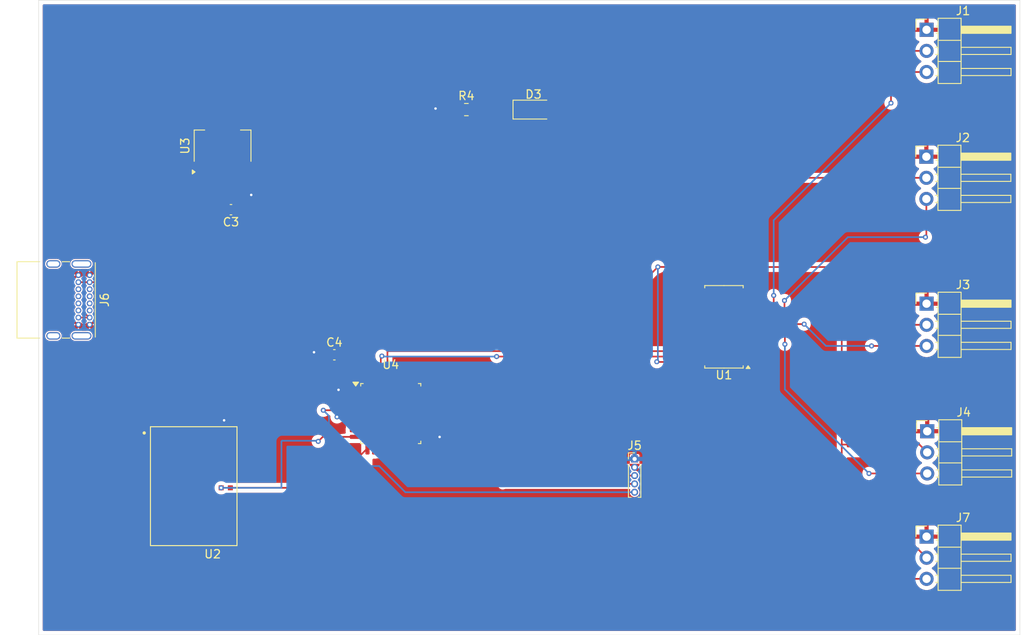
<source format=kicad_pcb>
(kicad_pcb (version 20241229) (generator "pcbnew") (generator_version "9.0")
  (layers (0 "F.Cu" signal) (2 "B.Cu" signal) (13 "F.Paste" user) (15 "B.Paste" user) (5 "F.SilkS" user "F.Silkscreen") (7 "B.SilkS" user "B.Silkscreen") (1 "F.Mask" user) (3 "B.Mask" user) (25 "Edge.Cuts" user))
  (net 0 "")
  (net 1 "+3.3V")
  (net 2 "GND")
  (net 3 "Net-(D3-A)")
  (net 4 "Net-(J1-Pin_3)")
  (net 5 "SWSCLK")
  (net 6 "SWDIO")
  (net 9 "5V")
  (net 18 "TX")
  (net 19 "RX")
  (net 23 "Net-(U1-SCL)")
  (net 27 "Net-(U1-SDA)")
  (net 35 "NRST")
  (net 53 "Net-(J2-Pin_3)")
  (net 54 "Net-(J3-Pin_3)")
  (net 55 "Net-(J4-Pin_3)")
  (net 56 "Net-(J7-Pin_3)")
  (footprint "Connector_PinHeader_2.54mm:PinHeader_1x03_P2.54mm_Horizontal" (layer "F.Cu") (at 185.0228 74.3712)
    (property "Reference" "J3" (at 4.385 -2.27 0) (layer "F.SilkS"))
    (property "Value" "Conn_01x03_Pin")
    (pad "1" thru_hole rect (at 0 0) (size 1.7 1.7) (drill 1) (layers "*.Cu" "*.Mask") (net 2 "GND"))
    (pad "2" thru_hole circle (at 0 2.54) (size 1.7 1.7) (drill 1) (layers "*.Cu" "*.Mask") (net 9 "5V"))
    (pad "3" thru_hole circle (at 0 5.08) (size 1.7 1.7) (drill 1) (layers "*.Cu" "*.Mask") (net 54 "Net-(J3-Pin_3)"))
  )
  (footprint "LED_SMD:LED_1206_3216Metric_Pad1.42x1.75mm_HandSolder" (layer "F.Cu") (at 137.7839 51.0286)
    (property "Reference" "D3" (at 0 -1.83 0) (layer "F.SilkS"))
    (property "Value" "LED")
    (pad "1" smd roundrect (at -1.4875 0) (size 1.425 1.75) (layers "F.Cu" "F.Mask" "F.Paste") (roundrect_rratio 0.175439) (net 2 "GND"))
    (pad "2" smd roundrect (at 1.4875 0) (size 1.425 1.75) (layers "F.Cu" "F.Mask" "F.Paste") (roundrect_rratio 0.175439) (net 3 "Net-(D3-A)"))
  )
  (footprint "Package_TO_SOT_SMD:SOT-223-3_TabPin2" (layer "F.Cu") (at 100.4183 55.3974 90)
    (property "Reference" "U3" (at 0 -4.5 90) (layer "F.SilkS"))
    (property "Value" "TC1262-33")
    (pad "1" smd roundrect (at -3.15 -2.3 90) (size 2 1.5) (layers "F.Cu" "F.Mask" "F.Paste") (net 9 "5V"))
    (pad "2" smd roundrect (at -3.15 0 90) (size 2 1.5) (layers "F.Cu" "F.Mask" "F.Paste") (net 2 "GND"))
    (pad "2" smd roundrect (at 3.15 0 90) (size 2 3.8) (layers "F.Cu" "F.Mask" "F.Paste") (net 2 "GND"))
    (pad "3" smd roundrect (at -3.15 2.3 90) (size 2 1.5) (layers "F.Cu" "F.Mask" "F.Paste") (net 1 "+3.3V"))
  )
  (footprint "Capacitor_SMD:C_0504_1310Metric_Pad0.83x1.28mm_HandSolder" (layer "F.Cu") (at 101.4297 63.0682 180)
    (property "Reference" "C3" (at 0 -1.49 0) (layer "F.SilkS"))
    (property "Value" "1")
    (pad "1" smd roundrect (at -0.6275 0 180) (size 0.835 1.28) (layers "F.Cu" "F.Mask" "F.Paste") (net 1 "+3.3V"))
    (pad "2" smd roundrect (at 0.6275 0 180) (size 0.835 1.28) (layers "F.Cu" "F.Mask" "F.Paste") (net 2 "GND"))
  )
  (footprint "Package_SO:TSSOP-28_4.4x9.7mm_P0.65mm" (layer "F.Cu") (at 160.6727 77.1542 180)
    (property "Reference" "U1" (at 0 -5.8 0) (layer "F.SilkS"))
    (property "Value" "PCA9685PW")
    (pad "1" smd roundrect (at -2.8625 -4.225 180) (size 1.475 0.4) (layers "F.Cu" "F.Mask" "F.Paste") (net 2 "GND"))
    (pad "2" smd roundrect (at -2.8625 -3.575 180) (size 1.475 0.4) (layers "F.Cu" "F.Mask" "F.Paste") (net 2 "GND"))
    (pad "3" smd roundrect (at -2.8625 -2.925 180) (size 1.475 0.4) (layers "F.Cu" "F.Mask" "F.Paste") (net 2 "GND"))
    (pad "4" smd roundrect (at -2.8625 -2.275 180) (size 1.475 0.4) (layers "F.Cu" "F.Mask" "F.Paste") (net 2 "GND"))
    (pad "5" smd roundrect (at -2.8625 -1.625 180) (size 1.475 0.4) (layers "F.Cu" "F.Mask" "F.Paste") (net 2 "GND"))
    (pad "6" smd roundrect (at -2.8625 -0.975 180) (size 1.475 0.4) (layers "F.Cu" "F.Mask" "F.Paste") (net 56 "Net-(J7-Pin_3)"))
    (pad "7" smd roundrect (at -2.8625 -0.325 180) (size 1.475 0.4) (layers "F.Cu" "F.Mask" "F.Paste") (net 55 "Net-(J4-Pin_3)"))
    (pad "8" smd roundrect (at -2.8625 0.325 180) (size 1.475 0.4) (layers "F.Cu" "F.Mask" "F.Paste") (net 54 "Net-(J3-Pin_3)"))
    (pad "9" smd roundrect (at -2.8625 0.975 180) (size 1.475 0.4) (layers "F.Cu" "F.Mask" "F.Paste") (net 53 "Net-(J2-Pin_3)"))
    (pad "10" smd roundrect (at -2.8625 1.625 180) (size 1.475 0.4) (layers "F.Cu" "F.Mask" "F.Paste") (net 4 "Net-(J1-Pin_3)"))
    (pad "11" smd roundrect (at -2.8625 2.275 180) (size 1.475 0.4) (layers "F.Cu" "F.Mask" "F.Paste"))
    (pad "12" smd roundrect (at -2.8625 2.925 180) (size 1.475 0.4) (layers "F.Cu" "F.Mask" "F.Paste"))
    (pad "13" smd roundrect (at -2.8625 3.575 180) (size 1.475 0.4) (layers "F.Cu" "F.Mask" "F.Paste"))
    (pad "14" smd roundrect (at -2.8625 4.225 180) (size 1.475 0.4) (layers "F.Cu" "F.Mask" "F.Paste") (net 2 "GND"))
    (pad "15" smd roundrect (at 2.8625 4.225 180) (size 1.475 0.4) (layers "F.Cu" "F.Mask" "F.Paste"))
    (pad "16" smd roundrect (at 2.8625 3.575 180) (size 1.475 0.4) (layers "F.Cu" "F.Mask" "F.Paste"))
    (pad "17" smd roundrect (at 2.8625 2.925 180) (size 1.475 0.4) (layers "F.Cu" "F.Mask" "F.Paste"))
    (pad "18" smd roundrect (at 2.8625 2.275 180) (size 1.475 0.4) (layers "F.Cu" "F.Mask" "F.Paste"))
    (pad "19" smd roundrect (at 2.8625 1.625 180) (size 1.475 0.4) (layers "F.Cu" "F.Mask" "F.Paste"))
    (pad "20" smd roundrect (at 2.8625 0.975 180) (size 1.475 0.4) (layers "F.Cu" "F.Mask" "F.Paste"))
    (pad "21" smd roundrect (at 2.8625 0.325 180) (size 1.475 0.4) (layers "F.Cu" "F.Mask" "F.Paste"))
    (pad "22" smd roundrect (at 2.8625 -0.325 180) (size 1.475 0.4) (layers "F.Cu" "F.Mask" "F.Paste"))
    (pad "23" smd roundrect (at 2.8625 -0.975 180) (size 1.475 0.4) (layers "F.Cu" "F.Mask" "F.Paste") (net 2 "GND"))
    (pad "24" smd roundrect (at 2.8625 -1.625 180) (size 1.475 0.4) (layers "F.Cu" "F.Mask" "F.Paste") (net 2 "GND"))
    (pad "25" smd roundrect (at 2.8625 -2.275 180) (size 1.475 0.4) (layers "F.Cu" "F.Mask" "F.Paste") (net 2 "GND"))
    (pad "26" smd roundrect (at 2.8625 -2.925 180) (size 1.475 0.4) (layers "F.Cu" "F.Mask" "F.Paste") (net 23 "Net-(U1-SCL)"))
    (pad "27" smd roundrect (at 2.8625 -3.575 180) (size 1.475 0.4) (layers "F.Cu" "F.Mask" "F.Paste") (net 27 "Net-(U1-SDA)"))
    (pad "28" smd roundrect (at 2.8625 -4.225 180) (size 1.475 0.4) (layers "F.Cu" "F.Mask" "F.Paste") (net 9 "5V"))
  )
  (footprint "Connector_USB:USB_C_Receptacle_GCT_USB4085" (layer "F.Cu") (at 84.4414 70.939 -90)
    (property "Reference" "J6" (at 2.975 -1.8 90) (layer "F.SilkS"))
    (property "Value" "USB_C_Receptacle_USB2.0_14P")
    (pad "A1" thru_hole circle (at 0 0 270) (size 0.7 0.7) (drill 0.4) (layers "*.Cu" "*.Mask") (net 2 "GND"))
    (pad "A4" thru_hole circle (at 0.85 0 270) (size 0.7 0.7) (drill 0.4) (layers "*.Cu" "*.Mask") (net 9 "5V"))
    (pad "A5" thru_hole circle (at 1.7 0 270) (size 0.7 0.7) (drill 0.4) (layers "*.Cu" "*.Mask"))
    (pad "A6" thru_hole circle (at 2.55 0 270) (size 0.7 0.7) (drill 0.4) (layers "*.Cu" "*.Mask"))
    (pad "A7" thru_hole circle (at 3.4 0 270) (size 0.7 0.7) (drill 0.4) (layers "*.Cu" "*.Mask"))
    (pad "A8" thru_hole circle (at 4.25 0 270) (size 0.7 0.7) (drill 0.4) (layers "*.Cu" "*.Mask"))
    (pad "A9" thru_hole circle (at 5.1 0 270) (size 0.7 0.7) (drill 0.4) (layers "*.Cu" "*.Mask") (net 9 "5V"))
    (pad "A12" thru_hole circle (at 5.95 0 270) (size 0.7 0.7) (drill 0.4) (layers "*.Cu" "*.Mask") (net 2 "GND"))
    (pad "B1" thru_hole circle (at 5.95 1.35 270) (size 0.7 0.7) (drill 0.4) (layers "*.Cu" "*.Mask") (net 2 "GND"))
    (pad "B4" thru_hole circle (at 5.1 1.35 270) (size 0.7 0.7) (drill 0.4) (layers "*.Cu" "*.Mask") (net 9 "5V"))
    (pad "B5" thru_hole circle (at 4.25 1.35 270) (size 0.7 0.7) (drill 0.4) (layers "*.Cu" "*.Mask"))
    (pad "B6" thru_hole circle (at 3.4 1.35 270) (size 0.7 0.7) (drill 0.4) (layers "*.Cu" "*.Mask"))
    (pad "B7" thru_hole circle (at 2.55 1.35 270) (size 0.7 0.7) (drill 0.4) (layers "*.Cu" "*.Mask"))
    (pad "B8" thru_hole circle (at 1.7 1.35 270) (size 0.7 0.7) (drill 0.4) (layers "*.Cu" "*.Mask"))
    (pad "B9" thru_hole circle (at 0.85 1.35 270) (size 0.7 0.7) (drill 0.4) (layers "*.Cu" "*.Mask") (net 9 "5V"))
    (pad "B12" thru_hole circle (at 0 1.35 270) (size 0.7 0.7) (drill 0.4) (layers "*.Cu" "*.Mask") (net 2 "GND"))
    (pad "S1" thru_hole oval (at -1.35 0.98 270) (size 0.9 2.4) (drill oval 0.6 2.1) (layers "*.Cu" "*.Mask"))
    (pad "S1" thru_hole oval (at -1.35 4.36 270) (size 0.9 1.7) (drill oval 0.6 1.4) (layers "*.Cu" "*.Mask"))
    (pad "S1" thru_hole oval (at 7.3 0.98 270) (size 0.9 2.4) (drill oval 0.6 2.1) (layers "*.Cu" "*.Mask"))
    (pad "S1" thru_hole oval (at 7.3 4.36 270) (size 0.9 1.7) (drill oval 0.6 1.4) (layers "*.Cu" "*.Mask"))
  )
  (footprint "NORA-W106-00B:XCVR_NORA-W106-00B" (layer "F.Cu") (at 96.9498 96.3192 180)
    (property "Reference" "U2" (at -2.275 -8.175 0) (layer "F.SilkS"))
    (property "Value" "NORA-W106-00B")
    (pad "A1" smd rect (at 4.4 6.4 180) (size 0.6 0.6) (layers "F.Cu" "F.Mask" "F.Paste") (net 2 "GND"))
    (pad "A2" smd rect (at 3.3 6.4 180) (size 0.6 0.6) (layers "F.Cu" "F.Mask" "F.Paste"))
    (pad "A3" smd rect (at 2.2 6.4 180) (size 0.6 0.6) (layers "F.Cu" "F.Mask" "F.Paste"))
    (pad "A4" smd rect (at 1.1 6.4 180) (size 0.6 0.6) (layers "F.Cu" "F.Mask" "F.Paste"))
    (pad "A5" smd rect (at 0 6.4 180) (size 0.6 0.6) (layers "F.Cu" "F.Mask" "F.Paste"))
    (pad "A6" smd rect (at -1.1 6.4 180) (size 0.6 0.6) (layers "F.Cu" "F.Mask" "F.Paste"))
    (pad "A7" smd rect (at -2.2 6.4 180) (size 0.6 0.6) (layers "F.Cu" "F.Mask" "F.Paste"))
    (pad "A8" smd rect (at -3.3 6.4 180) (size 0.6 0.6) (layers "F.Cu" "F.Mask" "F.Paste") (net 1 "+3.3V"))
    (pad "A9" smd rect (at -4.4 6.4 180) (size 0.6 0.6) (layers "F.Cu" "F.Mask" "F.Paste") (net 2 "GND"))
    (pad "B1" smd rect (at 4.4 5.3 180) (size 0.6 0.6) (layers "F.Cu" "F.Mask" "F.Paste"))
    (pad "B2" smd rect (at 3.3 5.3 180) (size 0.6 0.6) (layers "F.Cu" "F.Mask" "F.Paste") (net 2 "GND"))
    (pad "B3" smd rect (at 2.2 5.3 180) (size 0.6 0.6) (layers "F.Cu" "F.Mask" "F.Paste"))
    (pad "B4" smd rect (at 1.1 5.3 180) (size 0.6 0.6) (layers "F.Cu" "F.Mask" "F.Paste"))
    (pad "B5" smd rect (at 0 5.3 180) (size 0.6 0.6) (layers "F.Cu" "F.Mask" "F.Paste"))
    (pad "B6" smd rect (at -1.1 5.3 180) (size 0.6 0.6) (layers "F.Cu" "F.Mask" "F.Paste"))
    (pad "B7" smd rect (at -2.2 5.3 180) (size 0.6 0.6) (layers "F.Cu" "F.Mask" "F.Paste"))
    (pad "B8" smd rect (at -3.3 5.3 180) (size 0.6 0.6) (layers "F.Cu" "F.Mask" "F.Paste") (net 2 "GND"))
    (pad "B9" smd rect (at -4.4 5.3 180) (size 0.6 0.6) (layers "F.Cu" "F.Mask" "F.Paste"))
    (pad "C1" smd rect (at 4.4 4.2 180) (size 0.6 0.6) (layers "F.Cu" "F.Mask" "F.Paste"))
    (pad "C2" smd rect (at 3.3 4.2 180) (size 0.6 0.6) (layers "F.Cu" "F.Mask" "F.Paste"))
    (pad "C4" smd rect (at 1.1 4.2 180) (size 0.6 0.6) (layers "F.Cu" "F.Mask" "F.Paste"))
    (pad "C5" smd rect (at 0 4.2 180) (size 0.6 0.6) (layers "F.Cu" "F.Mask" "F.Paste"))
    (pad "C6" smd rect (at -1.1 4.2 180) (size 0.6 0.6) (layers "F.Cu" "F.Mask" "F.Paste"))
    (pad "C8" smd rect (at -3.3 4.2 180) (size 0.6 0.6) (layers "F.Cu" "F.Mask" "F.Paste"))
    (pad "C9" smd rect (at -4.4 4.2 180) (size 0.6 0.6) (layers "F.Cu" "F.Mask" "F.Paste"))
    (pad "D1" smd rect (at 4.4 3.1 180) (size 0.6 0.6) (layers "F.Cu" "F.Mask" "F.Paste"))
    (pad "D2" smd rect (at 3.3 3.1 180) (size 0.6 0.6) (layers "F.Cu" "F.Mask" "F.Paste"))
    (pad "D3" smd rect (at 2.2 3.1 180) (size 0.6 0.6) (layers "F.Cu" "F.Mask" "F.Paste"))
    (pad "D7" smd rect (at -2.2 3.1 180) (size 0.6 0.6) (layers "F.Cu" "F.Mask" "F.Paste"))
    (pad "D8" smd rect (at -3.3 3.1 180) (size 0.6 0.6) (layers "F.Cu" "F.Mask" "F.Paste"))
    (pad "D9" smd rect (at -4.4 3.1 180) (size 0.6 0.6) (layers "F.Cu" "F.Mask" "F.Paste"))
    (pad "E1" smd rect (at 4.4 2 180) (size 0.6 0.6) (layers "F.Cu" "F.Mask" "F.Paste"))
    (pad "E2" smd rect (at 3.3 2 180) (size 0.6 0.6) (layers "F.Cu" "F.Mask" "F.Paste"))
    (pad "E3" smd rect (at 2.2 2 180) (size 0.6 0.6) (layers "F.Cu" "F.Mask" "F.Paste"))
    (pad "E4" smd rect (at 0.55 2 180) (size 0.6 0.6) (layers "F.Cu" "F.Mask" "F.Paste") (net 2 "GND"))
    (pad "E5" smd rect (at -0.55 2 180) (size 0.6 0.6) (layers "F.Cu" "F.Mask" "F.Paste") (net 2 "GND"))
    (pad "E7" smd rect (at -2.2 2 180) (size 0.6 0.6) (layers "F.Cu" "F.Mask" "F.Paste"))
    (pad "E8" smd rect (at -3.3 2 180) (size 0.6 0.6) (layers "F.Cu" "F.Mask" "F.Paste"))
    (pad "E9" smd rect (at -4.4 2 180) (size 0.6 0.6) (layers "F.Cu" "F.Mask" "F.Paste"))
    (pad "F1" smd rect (at 4.4 0.9 180) (size 0.6 0.6) (layers "F.Cu" "F.Mask" "F.Paste"))
    (pad "F2" smd rect (at 3.3 0.9 180) (size 0.6 0.6) (layers "F.Cu" "F.Mask" "F.Paste"))
    (pad "F3" smd rect (at 2.2 0.9 180) (size 0.6 0.6) (layers "F.Cu" "F.Mask" "F.Paste"))
    (pad "F4" smd rect (at 0.55 0.9 180) (size 0.6 0.6) (layers "F.Cu" "F.Mask" "F.Paste") (net 2 "GND"))
    (pad "F5" smd rect (at -0.55 0.9 180) (size 0.6 0.6) (layers "F.Cu" "F.Mask" "F.Paste") (net 2 "GND"))
    (pad "F7" smd rect (at -2.2 0.9 180) (size 0.6 0.6) (layers "F.Cu" "F.Mask" "F.Paste"))
    (pad "F8" smd rect (at -3.3 0.9 180) (size 0.6 0.6) (layers "F.Cu" "F.Mask" "F.Paste"))
    (pad "F9" smd rect (at -4.4 0.9 180) (size 0.6 0.6) (layers "F.Cu" "F.Mask" "F.Paste"))
    (pad "G1" smd rect (at 4.4 -0.2 180) (size 0.6 0.6) (layers "F.Cu" "F.Mask" "F.Paste"))
    (pad "G2" smd rect (at 3.3 -0.2 180) (size 0.6 0.6) (layers "F.Cu" "F.Mask" "F.Paste"))
    (pad "G3" smd rect (at 2.2 -0.2 180) (size 0.6 0.6) (layers "F.Cu" "F.Mask" "F.Paste"))
    (pad "G4" smd rect (at 0.55 -0.2 180) (size 0.6 0.6) (layers "F.Cu" "F.Mask" "F.Paste"))
    (pad "G5" smd rect (at -0.55 -0.2 180) (size 0.6 0.6) (layers "F.Cu" "F.Mask" "F.Paste"))
    (pad "G7" smd rect (at -2.2 -0.2 180) (size 0.6 0.6) (layers "F.Cu" "F.Mask" "F.Paste"))
    (pad "G8" smd rect (at -3.3 -0.2 180) (size 0.6 0.6) (layers "F.Cu" "F.Mask" "F.Paste") (net 18 "TX"))
    (pad "G9" smd rect (at -4.4 -0.2 180) (size 0.6 0.6) (layers "F.Cu" "F.Mask" "F.Paste") (net 19 "RX"))
    (pad "H1" smd rect (at 4.4 -1.3 180) (size 0.6 0.6) (layers "F.Cu" "F.Mask" "F.Paste"))
    (pad "H2" smd rect (at 3.3 -1.3 180) (size 0.6 0.6) (layers "F.Cu" "F.Mask" "F.Paste"))
    (pad "H3" smd rect (at 2.2 -1.3 180) (size 0.6 0.6) (layers "F.Cu" "F.Mask" "F.Paste"))
    (pad "H7" smd rect (at -2.2 -1.3 180) (size 0.6 0.6) (layers "F.Cu" "F.Mask" "F.Paste"))
    (pad "H8" smd rect (at -3.3 -1.3 180) (size 0.6 0.6) (layers "F.Cu" "F.Mask" "F.Paste"))
    (pad "H9" smd rect (at -4.4 -1.3 180) (size 0.6 0.6) (layers "F.Cu" "F.Mask" "F.Paste"))
    (pad "J1" smd rect (at 4.4 -2.4 180) (size 0.6 0.6) (layers "F.Cu" "F.Mask" "F.Paste"))
    (pad "J2" smd rect (at 3.3 -2.4 180) (size 0.6 0.6) (layers "F.Cu" "F.Mask" "F.Paste"))
    (pad "J3" smd rect (at 2.2 -2.4 180) (size 0.6 0.6) (layers "F.Cu" "F.Mask" "F.Paste"))
    (pad "J4" smd rect (at 0.55 -2.4 180) (size 0.6 0.6) (layers "F.Cu" "F.Mask" "F.Paste"))
    (pad "J5" smd rect (at -0.55 -2.4 180) (size 0.6 0.6) (layers "F.Cu" "F.Mask" "F.Paste"))
    (pad "J7" smd rect (at -2.2 -2.4 180) (size 0.6 0.6) (layers "F.Cu" "F.Mask" "F.Paste"))
    (pad "J8" smd rect (at -3.3 -2.4 180) (size 0.6 0.6) (layers "F.Cu" "F.Mask" "F.Paste"))
    (pad "J9" smd rect (at -4.4 -2.4 180) (size 0.6 0.6) (layers "F.Cu" "F.Mask" "F.Paste"))
    (pad "K1" smd rect (at 4.4 -3.5 180) (size 0.6 0.6) (layers "F.Cu" "F.Mask" "F.Paste"))
    (pad "K2" smd rect (at 3.3 -3.5 180) (size 0.6 0.6) (layers "F.Cu" "F.Mask" "F.Paste") (net 2 "GND"))
    (pad "K3" smd rect (at 2.2 -3.5 180) (size 0.6 0.6) (layers "F.Cu" "F.Mask" "F.Paste") (net 2 "GND"))
    (pad "K5" smd rect (at 0 -3.5 180) (size 0.6 0.6) (layers "F.Cu" "F.Mask" "F.Paste") (net 2 "GND"))
    (pad "K7" smd rect (at -2.2 -3.5 180) (size 0.6 0.6) (layers "F.Cu" "F.Mask" "F.Paste") (net 2 "GND"))
    (pad "K8" smd rect (at -3.3 -3.5 180) (size 0.6 0.6) (layers "F.Cu" "F.Mask" "F.Paste") (net 2 "GND"))
    (pad "K9" smd rect (at -4.4 -3.5 180) (size 0.6 0.6) (layers "F.Cu" "F.Mask" "F.Paste"))
    (pad "L1" smd rect (at 4.4 -5 180) (size 0.6 0.6) (layers "F.Cu" "F.Mask" "F.Paste"))
    (pad "L9" smd rect (at -4.4 -5 180) (size 0.6 0.6) (layers "F.Cu" "F.Mask" "F.Paste"))
    (pad "M1" smd rect (at 4.4 -6.5 180) (size 0.6 0.6) (layers "F.Cu" "F.Mask" "F.Paste"))
    (pad "M2" smd rect (at 3.3 -6.5 180) (size 0.6 0.6) (layers "F.Cu" "F.Mask" "F.Paste"))
    (pad "M8" smd rect (at -3.3 -6.5 180) (size 0.6 0.6) (layers "F.Cu" "F.Mask" "F.Paste"))
    (pad "M9" smd rect (at -4.4 -6.5 180) (size 0.6 0.6) (layers "F.Cu" "F.Mask" "F.Paste"))
    (zone (net 0) (net_name "") (layer "F.Cu") (connect_pads (clearance 0)) (min_thickness 0.01)
      (keepout (tracks not_allowed) (vias not_allowed) (pads not_allowed) (copperpour not_allowed) (footprints allowed))
      (fill (thermal_gap 0.508) (thermal_bridge_width 0.508))
      (polygon (pts (xy 101.0498 100.1192) (xy 92.8498 100.1192) (xy 92.8498 102.5192) (xy 93.9498 102.5192) (xy 93.9498 103.3192) (xy 91.7498 103.3192) (xy 91.7498 103.4692) (xy 102.1498 103.4692) (xy 102.1498 103.3192) (xy 99.9498 103.3192) (xy 99.9498 102.5192) (xy 101.0498 102.5192)))
    )
  )
  (footprint "Connector_PinHeader_1.00mm:PinHeader_1x05_P1.00mm_Vertical" (layer "F.Cu") (at 149.9362 93.0468)
    (property "Reference" "J5" (at 0 -1.61 0) (layer "F.SilkS"))
    (property "Value" "Conn_01x05_Pin")
    (pad "1" thru_hole rect (at 0 0) (size 0.85 0.85) (drill 0.5) (layers "*.Cu" "*.Mask") (net 1 "+3.3V"))
    (pad "2" thru_hole circle (at 0 1) (size 0.85 0.85) (drill 0.5) (layers "*.Cu" "*.Mask") (net 2 "GND"))
    (pad "3" thru_hole circle (at 0 2) (size 0.85 0.85) (drill 0.5) (layers "*.Cu" "*.Mask") (net 5 "SWSCLK"))
    (pad "4" thru_hole circle (at 0 3) (size 0.85 0.85) (drill 0.5) (layers "*.Cu" "*.Mask") (net 6 "SWDIO"))
    (pad "5" thru_hole circle (at 0 4) (size 0.85 0.85) (drill 0.5) (layers "*.Cu" "*.Mask") (net 35 "NRST"))
  )
  (footprint "Resistor_SMD:R_0805_2012Metric_Pad1.20x1.40mm_HandSolder" (layer "F.Cu") (at 129.7178 51.0286)
    (property "Reference" "R4" (at 0 -1.65 0) (layer "F.SilkS"))
    (property "Value" "270")
    (pad "1" smd roundrect (at -1 0) (size 1.2 1.4) (layers "F.Cu" "F.Mask" "F.Paste") (roundrect_rratio 0.208333) (net 1 "+3.3V"))
    (pad "2" smd roundrect (at 1 0) (size 1.2 1.4) (layers "F.Cu" "F.Mask" "F.Paste") (roundrect_rratio 0.208333) (net 3 "Net-(D3-A)"))
  )
  (footprint "Connector_PinHeader_2.54mm:PinHeader_1x03_P2.54mm_Horizontal" (layer "F.Cu") (at 185.0228 41.4274)
    (property "Reference" "J1" (at 4.385 -2.27 0) (layer "F.SilkS"))
    (property "Value" "Conn_01x03_Pin")
    (pad "1" thru_hole rect (at 0 0) (size 1.7 1.7) (drill 1) (layers "*.Cu" "*.Mask") (net 2 "GND"))
    (pad "2" thru_hole circle (at 0 2.54) (size 1.7 1.7) (drill 1) (layers "*.Cu" "*.Mask") (net 9 "5V"))
    (pad "3" thru_hole circle (at 0 5.08) (size 1.7 1.7) (drill 1) (layers "*.Cu" "*.Mask") (net 4 "Net-(J1-Pin_3)"))
  )
  (footprint "Connector_PinHeader_2.54mm:PinHeader_1x03_P2.54mm_Horizontal" (layer "F.Cu") (at 185.0228 102.3874)
    (property "Reference" "J7" (at 4.385 -2.27 0) (layer "F.SilkS"))
    (property "Value" "Conn_01x03_Pin")
    (pad "1" thru_hole rect (at 0 0) (size 1.7 1.7) (drill 1) (layers "*.Cu" "*.Mask") (net 2 "GND"))
    (pad "2" thru_hole circle (at 0 2.54) (size 1.7 1.7) (drill 1) (layers "*.Cu" "*.Mask") (net 9 "5V"))
    (pad "3" thru_hole circle (at 0 5.08) (size 1.7 1.7) (drill 1) (layers "*.Cu" "*.Mask") (net 56 "Net-(J7-Pin_3)"))
  )
  (footprint "Connector_PinHeader_2.54mm:PinHeader_1x03_P2.54mm_Horizontal" (layer "F.Cu") (at 184.9974 56.6928)
    (property "Reference" "J2" (at 4.385 -2.27 0) (layer "F.SilkS"))
    (property "Value" "Conn_01x03_Pin")
    (pad "1" thru_hole rect (at 0 0) (size 1.7 1.7) (drill 1) (layers "*.Cu" "*.Mask") (net 2 "GND"))
    (pad "2" thru_hole circle (at 0 2.54) (size 1.7 1.7) (drill 1) (layers "*.Cu" "*.Mask") (net 9 "5V"))
    (pad "3" thru_hole circle (at 0 5.08) (size 1.7 1.7) (drill 1) (layers "*.Cu" "*.Mask") (net 53 "Net-(J2-Pin_3)"))
  )
  (footprint "Capacitor_SMD:C_0504_1310Metric_Pad0.83x1.28mm_HandSolder" (layer "F.Cu") (at 113.8503 80.518)
    (property "Reference" "C4" (at 0 -1.49 0) (layer "F.SilkS"))
    (property "Value" ".1u")
    (pad "1" smd roundrect (at -0.6275 0) (size 0.835 1.28) (layers "F.Cu" "F.Mask" "F.Paste") (net 1 "+3.3V"))
    (pad "2" smd roundrect (at 0.6275 0) (size 0.835 1.28) (layers "F.Cu" "F.Mask" "F.Paste") (net 2 "GND"))
  )
  (footprint "Package_QFP:LQFP-32_7x7mm_P0.8mm" (layer "F.Cu") (at 120.6306 87.5886)
    (property "Reference" "U4" (at 0 -5.88 0) (layer "F.SilkS"))
    (property "Value" "STM32L031K6Tx")
    (pad "1" smd roundrect (at -4.175 -2.8) (size 1.5 0.5) (layers "F.Cu" "F.Mask" "F.Paste") (net 1 "+3.3V"))
    (pad "2" smd roundrect (at -4.175 -2) (size 1.5 0.5) (layers "F.Cu" "F.Mask" "F.Paste"))
    (pad "3" smd roundrect (at -4.175 -1.2) (size 1.5 0.5) (layers "F.Cu" "F.Mask" "F.Paste"))
    (pad "4" smd roundrect (at -4.175 -0.4) (size 1.5 0.5) (layers "F.Cu" "F.Mask" "F.Paste") (net 35 "NRST"))
    (pad "5" smd roundrect (at -4.175 0.4) (size 1.5 0.5) (layers "F.Cu" "F.Mask" "F.Paste") (net 1 "+3.3V"))
    (pad "6" smd roundrect (at -4.175 1.2) (size 1.5 0.5) (layers "F.Cu" "F.Mask" "F.Paste"))
    (pad "7" smd roundrect (at -4.175 2) (size 1.5 0.5) (layers "F.Cu" "F.Mask" "F.Paste"))
    (pad "8" smd roundrect (at -4.175 2.8) (size 1.5 0.5) (layers "F.Cu" "F.Mask" "F.Paste") (net 18 "TX"))
    (pad "9" smd roundrect (at -2.8 4.175) (size 0.5 1.5) (layers "F.Cu" "F.Mask" "F.Paste") (net 19 "RX"))
    (pad "10" smd roundrect (at -2 4.175) (size 0.5 1.5) (layers "F.Cu" "F.Mask" "F.Paste"))
    (pad "11" smd roundrect (at -1.2 4.175) (size 0.5 1.5) (layers "F.Cu" "F.Mask" "F.Paste"))
    (pad "12" smd roundrect (at -0.4 4.175) (size 0.5 1.5) (layers "F.Cu" "F.Mask" "F.Paste"))
    (pad "13" smd roundrect (at 0.4 4.175) (size 0.5 1.5) (layers "F.Cu" "F.Mask" "F.Paste"))
    (pad "14" smd roundrect (at 1.2 4.175) (size 0.5 1.5) (layers "F.Cu" "F.Mask" "F.Paste"))
    (pad "15" smd roundrect (at 2 4.175) (size 0.5 1.5) (layers "F.Cu" "F.Mask" "F.Paste"))
    (pad "16" smd roundrect (at 2.8 4.175) (size 0.5 1.5) (layers "F.Cu" "F.Mask" "F.Paste") (net 2 "GND"))
    (pad "17" smd roundrect (at 4.175 2.8) (size 1.5 0.5) (layers "F.Cu" "F.Mask" "F.Paste") (net 1 "+3.3V"))
    (pad "18" smd roundrect (at 4.175 2) (size 1.5 0.5) (layers "F.Cu" "F.Mask" "F.Paste"))
    (pad "19" smd roundrect (at 4.175 1.2) (size 1.5 0.5) (layers "F.Cu" "F.Mask" "F.Paste"))
    (pad "20" smd roundrect (at 4.175 0.4) (size 1.5 0.5) (layers "F.Cu" "F.Mask" "F.Paste"))
    (pad "21" smd roundrect (at 4.175 -0.4) (size 1.5 0.5) (layers "F.Cu" "F.Mask" "F.Paste"))
    (pad "22" smd roundrect (at 4.175 -1.2) (size 1.5 0.5) (layers "F.Cu" "F.Mask" "F.Paste"))
    (pad "23" smd roundrect (at 4.175 -2) (size 1.5 0.5) (layers "F.Cu" "F.Mask" "F.Paste") (net 6 "SWDIO"))
    (pad "24" smd roundrect (at 4.175 -2.8) (size 1.5 0.5) (layers "F.Cu" "F.Mask" "F.Paste") (net 5 "SWSCLK"))
    (pad "25" smd roundrect (at 2.8 -4.175) (size 0.5 1.5) (layers "F.Cu" "F.Mask" "F.Paste"))
    (pad "26" smd roundrect (at 2 -4.175) (size 0.5 1.5) (layers "F.Cu" "F.Mask" "F.Paste"))
    (pad "27" smd roundrect (at 1.2 -4.175) (size 0.5 1.5) (layers "F.Cu" "F.Mask" "F.Paste"))
    (pad "28" smd roundrect (at 0.4 -4.175) (size 0.5 1.5) (layers "F.Cu" "F.Mask" "F.Paste"))
    (pad "29" smd roundrect (at -0.4 -4.175) (size 0.5 1.5) (layers "F.Cu" "F.Mask" "F.Paste") (net 23 "Net-(U1-SCL)"))
    (pad "30" smd roundrect (at -1.2 -4.175) (size 0.5 1.5) (layers "F.Cu" "F.Mask" "F.Paste") (net 27 "Net-(U1-SDA)"))
    (pad "31" smd roundrect (at -2 -4.175) (size 0.5 1.5) (layers "F.Cu" "F.Mask" "F.Paste") (net 2 "GND"))
    (pad "32" smd roundrect (at -2.8 -4.175) (size 0.5 1.5) (layers "F.Cu" "F.Mask" "F.Paste") (net 2 "GND"))
  )
  (footprint "Connector_PinHeader_2.54mm:PinHeader_1x03_P2.54mm_Horizontal" (layer "F.Cu") (at 185.099 89.7128)
    (property "Reference" "J4" (at 4.385 -2.27 0) (layer "F.SilkS"))
    (property "Value" "Conn_01x03_Pin")
    (pad "1" thru_hole rect (at 0 0) (size 1.7 1.7) (drill 1) (layers "*.Cu" "*.Mask") (net 2 "GND"))
    (pad "2" thru_hole circle (at 0 2.54) (size 1.7 1.7) (drill 1) (layers "*.Cu" "*.Mask") (net 9 "5V"))
    (pad "3" thru_hole circle (at 0 5.08) (size 1.7 1.7) (drill 1) (layers "*.Cu" "*.Mask") (net 55 "Net-(J4-Pin_3)"))
  )
  (gr_rect (start 78.3082 37.8714) (end 196.2404 114.2238) (stroke (width 0.05)) (fill no) (layer "Edge.Cuts"))
  (segment (start 102.0572 63.0682) (end 103.8352 61.2902) (width 0.2) (layer "F.Cu") (net 1))
  (segment (start 126.4886 90.3886) (end 124.8056 90.3886) (width 0.2) (layer "F.Cu") (net 1))
  (segment (start 114.176 87.9886) (end 116.4556 87.9886) (width 0.2) (layer "F.Cu") (net 1))
  (segment (start 126.1364 51.0286) (end 128.7178 51.0286) (width 0.2) (layer "F.Cu") (net 1))
  (segment (start 100.2498 89.9192) (end 100.2498 88.7502) (width 0.2) (layer "F.Cu") (net 1))
  (segment (start 114.3508 84.7344) (end 114.405 84.7886) (width 0.2) (layer "F.Cu") (net 1))
  (segment (start 111.4044 80.2132) (end 112.918 80.2132) (width 0.2) (layer "F.Cu") (net 1))
  (segment (start 114.173 87.9856) (end 114.176 87.9886) (width 0.2) (layer "F.Cu") (net 1))
  (segment (start 103.8352 61.2902) (end 103.8606 61.2902) (width 0.2) (layer "F.Cu") (net 1))
  (segment (start 100.2498 88.7502) (end 100.6 88.4) (width 0.2) (layer "F.Cu") (net 1))
  (segment (start 102.7183 60.1479) (end 102.7183 58.5474) (width 0.2) (layer "F.Cu") (net 1))
  (segment (start 114.405 84.7886) (end 116.4556 84.7886) (width 0.2) (layer "F.Cu") (net 1))
  (segment (start 126.0094 50.9016) (end 126.1364 51.0286) (width 0.2) (layer "F.Cu") (net 1))
  (segment (start 103.8606 61.2902) (end 102.7183 60.1479) (width 0.2) (layer "F.Cu") (net 1))
  (segment (start 112.918 80.2132) (end 113.2228 80.518) (width 0.2) (layer "F.Cu") (net 1))
  (via (at 103.8606 61.2902) (size 0.6) (drill 0.3) (layers "F.Cu" "B.Cu") (net 1))
  (via (at 126.0094 50.9016) (size 0.6) (drill 0.3) (layers "F.Cu" "B.Cu") (net 1))
  (via (at 114.3508 84.7344) (size 0.6) (drill 0.3) (layers "F.Cu" "B.Cu") (net 1))
  (via (at 126.5 90.4) (size 0.6) (drill 0.3) (layers "F.Cu" "B.Cu") (net 1))
  (via (at 100.6 88.4) (size 0.6) (drill 0.3) (layers "F.Cu" "B.Cu") (net 1))
  (via (at 111.4044 80.2132) (size 0.6) (drill 0.3) (layers "F.Cu" "B.Cu") (net 1))
  (via (at 114.173 87.9856) (size 0.6) (drill 0.3) (layers "F.Cu" "B.Cu") (net 1))
  (segment (start 95.4278 96.3912) (end 96.3998 95.4192) (width 0.2) (layer "F.Cu") (net 2))
  (segment (start 97.4998 95.4192) (end 96.3998 94.3192) (width 0.2) (layer "F.Cu") (net 2))
  (segment (start 100.2498 99.8192) (end 99.0478 99.8192) (width 0.2) (layer "F.Cu") (net 2))
  (segment (start 100.4183 58.5474) (end 100.4183 62.6843) (width 0.2) (layer "F.Cu") (net 2))
  (segment (start 96.3998 94.3192) (end 96.3998 93.7692) (width 0.2) (layer "F.Cu") (net 2))
  (segment (start 98.1008 96.0202) (end 97.4998 95.4192) (width 0.2) (layer "F.Cu") (net 2))
  (segment (start 96.3998 95.4192) (end 97.4998 95.4192) (width 0.2) (layer "F.Cu") (net 2))
  (segment (start 97.4998 93.7692) (end 101.3498 89.9192) (width 0.2) (layer "F.Cu") (net 2))
  (segment (start 95.4278 99.1412) (end 95.4278 96.3912) (width 0.2) (layer "F.Cu") (net 2))
  (segment (start 96.3998 93.7692) (end 92.5498 89.9192) (width 0.2) (layer "F.Cu") (net 2))
  (segment (start 100.4183 62.6843) (end 100.8022 63.0682) (width 0.2) (layer "F.Cu") (net 2))
  (segment (start 97.4998 94.3192) (end 97.4998 95.4192) (width 0.2) (layer "F.Cu") (net 2))
  (segment (start 97.4998 94.3192) (end 97.4998 93.7692) (width 0.2) (layer "F.Cu") (net 2))
  (segment (start 93.6498 99.8192) (end 96.9498 99.8192) (width 0.2) (layer "F.Cu") (net 2))
  (segment (start 84.4414 70.939) (end 83.0914 70.939) (width 0.2) (layer "F.Cu") (net 2))
  (segment (start 98.1008 98.8722) (end 98.1008 96.0202) (width 0.2) (layer "F.Cu") (net 2))
  (segment (start 94.7498 99.8192) (end 95.4278 99.1412) (width 0.2) (layer "F.Cu") (net 2))
  (segment (start 99.0478 99.8192) (end 98.1008 98.8722) (width 0.2) (layer "F.Cu") (net 2))
  (segment (start 84.4414 76.889) (end 83.0914 76.889) (width 0.2) (layer "F.Cu") (net 2))
  (segment (start 142.2654 48.895) (end 142.2654 51.054) (width 0.2) (layer "F.Cu") (net 3))
  (segment (start 142.24 51.0286) (end 139.2714 51.0286) (width 0.2) (layer "F.Cu") (net 3))
  (segment (start 130.7178 48.9298) (end 130.683 48.895) (width 0.2) (layer "F.Cu") (net 3))
  (segment (start 142.2654 51.054) (end 142.24 51.0286) (width 0.2) (layer "F.Cu") (net 3))
  (segment (start 130.7178 51.0286) (end 130.7178 48.9298) (width 0.2) (layer "F.Cu") (net 3))
  (segment (start 130.683 48.895) (end 142.2654 48.895) (width 0.2) (layer "F.Cu") (net 3))
  (segment (start 166.6494 75.5396) (end 166.6494 73.3806) (width 0.2) (layer "F.Cu") (net 4))
  (segment (start 181.0004 46.5074) (end 185.0228 46.5074) (width 0.2) (layer "F.Cu") (net 4))
  (segment (start 163.5352 75.5292) (end 166.639 75.5292) (width 0.2) (layer "F.Cu") (net 4))
  (segment (start 180.7464 46.7614) (end 181.0004 46.5074) (width 0.2) (layer "F.Cu") (net 4))
  (segment (start 180.7464 46.7614) (end 180.7464 50.2412) (width 0.2) (layer "F.Cu") (net 4))
  (segment (start 166.6494 73.3806) (end 166.6494 73.3552) (width 0.2) (layer "F.Cu") (net 4))
  (segment (start 166.6494 73.3552) (end 166.6748 73.3298) (width 0.2) (layer "F.Cu") (net 4))
  (segment (start 180.7464 50.2412) (end 180.7464 50.3174) (width 0.2) (layer "F.Cu") (net 4))
  (segment (start 166.639 75.5292) (end 166.6494 75.5396) (width 0.2) (layer "F.Cu") (net 4))
  (via (at 166.6494 73.3806) (size 0.6) (drill 0.3) (layers "F.Cu" "B.Cu") (net 4))
  (via (at 180.7464 50.2412) (size 0.6) (drill 0.3) (layers "F.Cu" "B.Cu") (net 4))
  (segment (start 166.6494 73.3806) (end 166.6494 64.3382) (width 0.2) (layer "B.Cu") (net 4))
  (segment (start 166.6494 64.3382) (end 180.7464 50.2412) (width 0.2) (layer "B.Cu") (net 4))
  (segment (start 124.8056 84.7886) (end 134.0409 84.7886) (width 0.2) (layer "F.Cu") (net 5))
  (segment (start 134.0409 84.7886) (end 136.3726 87.1203) (width 0.2) (layer "F.Cu") (net 5))
  (segment (start 149.9362 95.0468) (end 136.3726 95.0468) (width 0.2) (layer "F.Cu") (net 5))
  (segment (start 136.3726 87.1203) (end 136.3726 95.0468) (width 0.2) (layer "F.Cu") (net 5))
  (segment (start 134.1534 96.0468) (end 149.9362 96.0468) (width 0.2) (layer "F.Cu") (net 6))
  (segment (start 124.8056 85.5886) (end 126.7886 85.5886) (width 0.2) (layer "F.Cu") (net 6))
  (segment (start 134.1534 92.9534) (end 134.1534 96.0468) (width 0.2) (layer "F.Cu") (net 6))
  (segment (start 126.7886 85.5886) (end 134.1534 92.9534) (width 0.2) (layer "F.Cu") (net 6))
  (segment (start 84.4414 71.789) (end 83.0914 71.789) (width 0.2) (layer "F.Cu") (net 9))
  (segment (start 84.4414 76.039) (end 84.370746 76.039) (width 0.2) (layer "F.Cu") (net 9))
  (segment (start 165.6334 59.2328) (end 164.7952 60.071) (width 0.2) (layer "F.Cu") (net 9))
  (segment (start 150.9757 71.7061) (end 152.7302 69.9516) (width 0.2) (layer "F.Cu") (net 9))
  (segment (start 174.267 69.9632) (end 164.8968 69.9632) (width 0.2) (layer "F.Cu") (net 9))
  (segment (start 83.7904 71.945026) (end 83.946426 71.789) (width 0.2) (layer "F.Cu") (net 9))
  (segment (start 164.7952 60.071) (end 164.7952 59.8932) (width 0.2) (layer "F.Cu") (net 9))
  (segment (start 185.0228 76.9112) (end 174.8282 76.9112) (width 0.2) (layer "F.Cu") (net 9))
  (segment (start 174.8282 94.7328) (end 185.0228 104.9274) (width 0.2) (layer "F.Cu") (net 9))
  (segment (start 152.7302 69.9516) (end 159.104 69.9516) (width 0.2) (layer "F.Cu") (net 9))
  (segment (start 164.7952 69.8616) (end 164.8968 69.9632) (width 0.2) (layer "F.Cu") (net 9))
  (segment (start 174.8282 76.9112) (end 174.7774 76.962) (width 0.2) (layer "F.Cu") (net 9))
  (segment (start 164.7952 59.8932) (end 180.721 43.9674) (width 0.2) (layer "F.Cu") (net 9))
  (segment (start 83.946426 71.789) (end 84.4414 71.789) (width 0.2) (layer "F.Cu") (net 9))
  (segment (start 174.8282 91.313) (end 174.8282 94.7328) (width 0.2) (layer "F.Cu") (net 9))
  (segment (start 84.4414 71.789) (end 98.0354 71.789) (width 0.2) (layer "F.Cu") (net 9))
  (segment (start 184.9974 59.2328) (end 165.6334 59.2328) (width 0.2) (layer "F.Cu") (net 9))
  (segment (start 174.7774 76.962) (end 174.7774 70.4736) (width 0.2) (layer "F.Cu") (net 9))
  (segment (start 152.6262 81.3792) (end 152.6032 81.3562) (width 0.2) (layer "F.Cu") (net 9))
  (segment (start 164.7952 60.071) (end 164.7952 69.8616) (width 0.2) (layer "F.Cu") (net 9))
  (segment (start 184.1592 91.313) (end 174.8282 91.313) (width 0.2) (layer "F.Cu") (net 9))
  (segment (start 185.099 92.2528) (end 184.1592 91.313) (width 0.2) (layer "F.Cu") (net 9))
  (segment (start 180.721 43.9674) (end 185.0228 43.9674) (width 0.2) (layer "F.Cu") (net 9))
  (segment (start 159.1156 69.9632) (end 164.8968 69.9632) (width 0.2) (layer "F.Cu") (net 9))
  (segment (start 159.104 69.9516) (end 159.1156 69.9632) (width 0.2) (layer "F.Cu") (net 9))
  (segment (start 98.1183 71.7061) (end 98.1183 58.5474) (width 0.2) (layer "F.Cu") (net 9))
  (segment (start 83.7904 75.458654) (end 83.7904 71.945026) (width 0.2) (layer "F.Cu") (net 9))
  (segment (start 157.8102 81.3792) (end 152.6262 81.3792) (width 0.2) (layer "F.Cu") (net 9))
  (segment (start 174.7774 70.4736) (end 174.267 69.9632) (width 0.2) (layer "F.Cu") (net 9))
  (segment (start 98.0354 71.789) (end 98.1183 71.7061) (width 0.2) (layer "F.Cu") (net 9))
  (segment (start 98.1183 71.7061) (end 150.9757 71.7061) (width 0.2) (layer "F.Cu") (net 9))
  (segment (start 84.370746 76.039) (end 83.7904 75.458654) (width 0.2) (layer "F.Cu") (net 9))
  (segment (start 174.8282 91.313) (end 174.8282 76.9112) (width 0.2) (layer "F.Cu") (net 9))
  (segment (start 83.0914 76.039) (end 84.4414 76.039) (width 0.2) (layer "F.Cu") (net 9))
  (via (at 152.6032 81.3562) (size 0.6) (drill 0.3) (layers "F.Cu" "B.Cu") (net 9))
  (via (at 152.7302 69.9516) (size 0.6) (drill 0.3) (layers "F.Cu" "B.Cu") (net 9))
  (segment (start 152.7302 81.2292) (end 152.7302 69.9516) (width 0.2) (layer "B.Cu") (net 9))
  (segment (start 152.6032 81.3562) (end 152.7302 81.2292) (width 0.2) (layer "B.Cu") (net 9))
  (segment (start 111.9124 90.932) (end 112.4558 90.3886) (width 0.2) (layer "F.Cu") (net 18))
  (segment (start 112.4558 90.3886) (end 116.4556 90.3886) (width 0.2) (layer "F.Cu") (net 18))
  (via (at 100.2498 96.5192) (size 0.6) (drill 0.3) (layers "F.Cu" "B.Cu") (net 18))
  (via (at 111.9124 90.932) (size 0.6) (drill 0.3) (layers "F.Cu" "B.Cu") (net 18))
  (segment (start 107.4928 96.4692) (end 107.4928 90.932) (width 0.2) (layer "B.Cu") (net 18))
  (segment (start 107.4928 90.932) (end 107.569 90.8558) (width 0.2) (layer "B.Cu") (net 18))
  (segment (start 111.8362 90.8558) (end 111.9124 90.932) (width 0.2) (layer "B.Cu") (net 18))
  (segment (start 100.2498 96.5192) (end 107.4428 96.5192) (width 0.2) (layer "B.Cu") (net 18))
  (segment (start 107.4428 96.5192) (end 107.4928 96.4692) (width 0.2) (layer "B.Cu") (net 18))
  (segment (start 107.569 90.8558) (end 111.8362 90.8558) (width 0.2) (layer "B.Cu") (net 18))
  (segment (start 117.8306 91.7636) (end 113.075 96.5192) (width 0.2) (layer "F.Cu") (net 19))
  (segment (start 113.075 96.5192) (end 101.3498 96.5192) (width 0.2) (layer "F.Cu") (net 19))
  (segment (start 120.3128 80.0792) (end 120.2944 80.0608) (width 0.2) (layer "F.Cu") (net 23))
  (segment (start 120.2306 80.1246) (end 120.2306 83.4136) (width 0.2) (layer "F.Cu") (net 23))
  (segment (start 120.2944 80.0608) (end 120.2306 80.1246) (width 0.2) (layer "F.Cu") (net 23))
  (segment (start 157.8102 80.0792) (end 120.3128 80.0792) (width 0.2) (layer "F.Cu") (net 23))
  (segment (start 119.4306 80.7976) (end 119.4306 83.4136) (width 0.2) (layer "F.Cu") (net 27))
  (segment (start 157.8102 80.7292) (end 133.35 80.7292) (width 0.2) (layer "F.Cu") (net 27))
  (segment (start 133.2564 80.7292) (end 133.223 80.6958) (width 0.2) (layer "F.Cu") (net 27))
  (segment (start 119.5578 80.6704) (end 119.4306 80.7976) (width 0.2) (layer "F.Cu") (net 27))
  (segment (start 133.35 80.7292) (end 133.2564 80.7292) (width 0.2) (layer "F.Cu") (net 27))
  (via (at 133.35 80.7292) (size 0.6) (drill 0.3) (layers "F.Cu" "B.Cu") (net 27))
  (via (at 119.5578 80.6704) (size 0.6) (drill 0.3) (layers "F.Cu" "B.Cu") (net 27))
  (segment (start 133.35 80.7292) (end 119.6166 80.7292) (width 0.2) (layer "B.Cu") (net 27))
  (segment (start 119.6166 80.7292) (end 119.5578 80.6704) (width 0.2) (layer "B.Cu") (net 27))
  (segment (start 119.5578 80.6704) (end 119.507 80.6196) (width 0.2) (layer "B.Cu") (net 27))
  (segment (start 116.4556 87.1886) (end 112.522 87.1886) (width 0.2) (layer "F.Cu") (net 35))
  (via (at 112.522 87.1886) (size 0.6) (drill 0.3) (layers "F.Cu" "B.Cu") (net 35))
  (segment (start 113.2 87.8666) (end 112.522 87.1886) (width 0.2) (layer "B.Cu") (net 35))
  (segment (start 115.4 93.9) (end 113.2 91.7) (width 0.2) (layer "B.Cu") (net 35))
  (segment (start 149.9362 97.0468) (end 122.3802 97.0468) (width 0.2) (layer "B.Cu") (net 35))
  (segment (start 113.2 91.7) (end 113.2 87.8666) (width 0.2) (layer "B.Cu") (net 35))
  (segment (start 119.2334 93.9) (end 115.4 93.9) (width 0.2) (layer "B.Cu") (net 35))
  (segment (start 122.3802 97.0468) (end 119.2334 93.9) (width 0.2) (layer "B.Cu") (net 35))
  (segment (start 167.9148 76.1792) (end 167.9448 76.1492) (width 0.2) (layer "F.Cu") (net 53))
  (segment (start 184.9974 61.7728) (end 184.9974 66.2594) (width 0.2) (layer "F.Cu") (net 53))
  (segment (start 167.9448 73.9902) (end 167.9448 73.914) (width 0.2) (layer "F.Cu") (net 53))
  (segment (start 163.5352 76.1792) (end 167.9148 76.1792) (width 0.2) (layer "F.Cu") (net 53))
  (segment (start 167.9448 76.1492) (end 167.9448 73.9902) (width 0.2) (layer "F.Cu") (net 53))
  (segment (start 184.9974 66.2594) (end 184.8866 66.3702) (width 0.2) (layer "F.Cu") (net 53))
  (via (at 184.8866 66.3702) (size 0.6) (drill 0.3) (layers "F.Cu" "B.Cu") (net 53))
  (via (at 167.9448 73.9902) (size 0.6) (drill 0.3) (layers "F.Cu" "B.Cu") (net 53))
  (segment (start 175.5648 66.3702) (end 184.8866 66.3702) (width 0.2) (layer "B.Cu") (net 53))
  (segment (start 167.9448 73.9902) (end 175.5648 66.3702) (width 0.2) (layer "B.Cu") (net 53))
  (segment (start 185.0228 79.4512) (end 178.4096 79.4512) (width 0.2) (layer "F.Cu") (net 54))
  (segment (start 170.4282 76.8292) (end 170.4848 76.8858) (width 0.2) (layer "F.Cu") (net 54))
  (segment (start 163.5352 76.8292) (end 170.307 76.8292) (width 0.2) (layer "F.Cu") (net 54))
  (segment (start 178.4096 79.4512) (end 178.3842 79.4512) (width 0.2) (layer "F.Cu") (net 54))
  (segment (start 170.307 76.8292) (end 170.4282 76.8292) (width 0.2) (layer "F.Cu") (net 54))
  (segment (start 178.3842 79.4512) (end 178.3334 79.502) (width 0.2) (layer "F.Cu") (net 54))
  (via (at 178.4096 79.4512) (size 0.6) (drill 0.3) (layers "F.Cu" "B.Cu") (net 54))
  (via (at 170.307 76.8292) (size 0.6) (drill 0.3) (layers "F.Cu" "B.Cu") (net 54))
  (segment (start 172.929 79.4512) (end 170.307 76.8292) (width 0.2) (layer "B.Cu") (net 54))
  (segment (start 178.4096 79.4512) (end 172.929 79.4512) (width 0.2) (layer "B.Cu") (net 54))
  (segment (start 178.1048 94.7928) (end 178.0032 94.7928) (width 0.2) (layer "F.Cu") (net 55))
  (segment (start 163.5352 77.4792) (end 167.9794 77.4792) (width 0.2) (layer "F.Cu") (net 55))
  (segment (start 167.9956 79.248) (end 167.9956 79.3242) (width 0.2) (layer "F.Cu") (net 55))
  (segment (start 168.021 77.5208) (end 167.9956 77.5462) (width 0.2) (layer "F.Cu") (net 55))
  (segment (start 178.0032 94.7928) (end 177.9524 94.8436) (width 0.2) (layer "F.Cu") (net 55))
  (segment (start 167.9956 77.5462) (end 167.9956 79.248) (width 0.2) (layer "F.Cu") (net 55))
  (segment (start 167.9794 77.4792) (end 168.021 77.5208) (width 0.2) (layer "F.Cu") (net 55))
  (segment (start 185.099 94.7928) (end 178.1048 94.7928) (width 0.2) (layer "F.Cu") (net 55))
  (via (at 167.9956 79.248) (size 0.6) (drill 0.3) (layers "F.Cu" "B.Cu") (net 55))
  (via (at 178.1048 94.7928) (size 0.6) (drill 0.3) (layers "F.Cu" "B.Cu") (net 55))
  (segment (start 167.9956 84.6836) (end 178.1048 94.7928) (width 0.2) (layer "B.Cu") (net 55))
  (segment (start 167.9956 79.248) (end 167.9956 84.6836) (width 0.2) (layer "B.Cu") (net 55))
  (segment (start 166.5212 78.1292) (end 163.5352 78.1292) (width 0.2) (layer "F.Cu") (net 56))
  (segment (start 185.0228 107.4674) (end 177.0043 107.4674) (width 0.2) (layer "F.Cu") (net 56))
  (segment (start 166.4716 80.4926) (end 166.5224 80.4418) (width 0.2) (layer "F.Cu") (net 56))
  (segment (start 166.4716 96.9347) (end 166.4716 80.4926) (width 0.2) (layer "F.Cu") (net 56))
  (segment (start 177.0043 107.4674) (end 166.4716 96.9347) (width 0.2) (layer "F.Cu") (net 56))
  (segment (start 166.5224 80.4418) (end 166.5224 78.1304) (width 0.2) (layer "F.Cu") (net 56))
  (segment (start 166.5224 78.1304) (end 166.5212 78.1292) (width 0.2) (layer "F.Cu") (net 56))
  (zone (net 2) (net_name "GND") (layer "F.Cu") (connect_pads (clearance 0.5)) (min_thickness 0.25) (fill yes (thermal_gap 0.5) (thermal_bridge_width 0.5))
    (polygon (pts (xy 78.5876 37.8968) (xy 196.3674 37.9984) (xy 196.7484 113.9952) (xy 78.3336 114.2238) (xy 78.3082 37.8968)))
  )
  (zone (net 1) (net_name "+3.3V") (layer "B.Cu") (priority 1) (connect_pads (clearance 0.5)) (min_thickness 0.25) (fill yes (thermal_gap 0.5) (thermal_bridge_width 0.5))
    (polygon (pts (xy 78.3336 37.9222) (xy 196.2404 37.8714) (xy 196.2404 114.2492) (xy 78.3082 114.2238) (xy 78.3336 37.9476) (xy 78.359 37.973)))
  )
)
</source>
